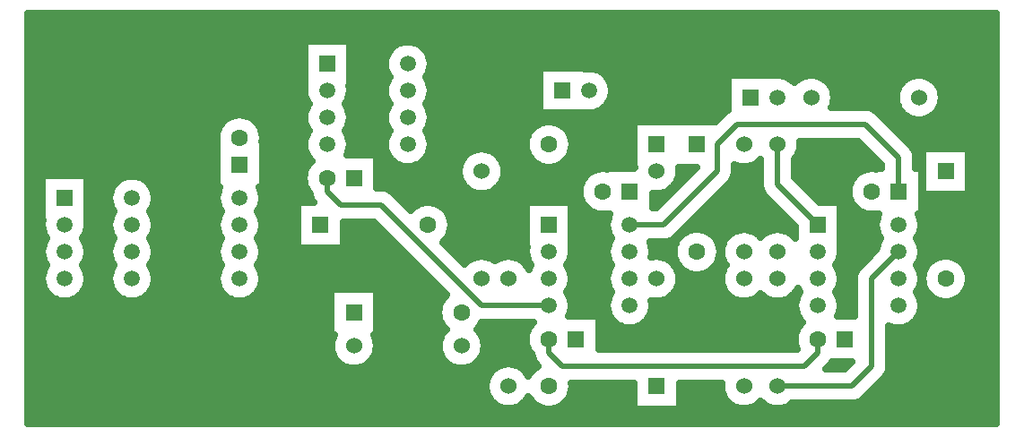
<source format=gbr>
G04 DipTrace 3.1.0.1*
G04 Top.gbr*
%MOIN*%
G04 #@! TF.FileFunction,Copper,L1,Top*
G04 #@! TF.Part,Single*
G04 #@! TA.AperFunction,Conductor*
%ADD14C,0.02*%
G04 #@! TA.AperFunction,CopperBalancing*
%ADD15C,0.025*%
G04 #@! TA.AperFunction,ComponentPad*
%ADD16C,0.062992*%
%ADD17R,0.062992X0.062992*%
%ADD18R,0.059055X0.059055*%
%ADD19C,0.059055*%
%ADD20C,0.06*%
%ADD21C,0.06*%
%ADD24C,0.059055*%
%FSLAX26Y26*%
G04*
G70*
G90*
G75*
G01*
G04 Top*
%LPD*%
X2693701Y1193701D2*
D14*
X2818701D1*
X3018701Y1393701D1*
Y1493701D1*
X3093701Y1568701D1*
X3568701D1*
X3693701Y1443701D1*
Y1318701D1*
X2393701Y768701D2*
Y718701D1*
X2443701Y668701D1*
X3343701D1*
X3393701Y718701D1*
Y768701D1*
X1568701Y1368701D2*
Y1318701D1*
X1618701Y1268701D1*
X1768701D1*
X2143701Y893701D1*
X2393701D1*
X3693701Y1093701D2*
X3593701Y993701D1*
Y668701D1*
X3518701Y593701D1*
X3243701D1*
Y1493701D2*
Y1343701D1*
X3393701Y1193701D1*
X458719Y1956332D2*
D15*
X4053692D1*
X458719Y1931463D2*
X4053692D1*
X458719Y1906595D2*
X4053692D1*
X458719Y1881726D2*
X4053692D1*
X458719Y1856857D2*
X1483164D1*
X1654236D2*
X1812294D1*
X1925090D2*
X4053692D1*
X458719Y1831988D2*
X1483164D1*
X1654236D2*
X1792522D1*
X1944863D2*
X4053692D1*
X458719Y1807120D2*
X1483164D1*
X1654236D2*
X1784269D1*
X1953152D2*
X4053692D1*
X458719Y1782251D2*
X1483164D1*
X1654236D2*
X1783982D1*
X1953439D2*
X4053692D1*
X458719Y1757382D2*
X1483164D1*
X1654236D2*
X1791553D1*
X1945867D2*
X2358164D1*
X2599462D2*
X4053692D1*
X458719Y1732513D2*
X1483164D1*
X1654236D2*
X1792809D1*
X1944611D2*
X2358164D1*
X2619593D2*
X3058157D1*
X3299311D2*
X3312361D1*
X3425049D2*
X3712362D1*
X3825050D2*
X4053692D1*
X458719Y1707645D2*
X1484349D1*
X1653052D2*
X1784340D1*
X1953044D2*
X2358164D1*
X2628062D2*
X3058157D1*
X3445073D2*
X3692339D1*
X3845074D2*
X4053692D1*
X458719Y1682776D2*
X1483882D1*
X1653519D2*
X1783910D1*
X1953511D2*
X2358164D1*
X2628492D2*
X3058157D1*
X3453505D2*
X3683906D1*
X3853507D2*
X4053692D1*
X458719Y1657907D2*
X1491274D1*
X1646127D2*
X1791302D1*
X1946118D2*
X2358164D1*
X2621100D2*
X3058157D1*
X3454008D2*
X3683403D1*
X3854009D2*
X4053692D1*
X458719Y1633038D2*
X1493069D1*
X1644332D2*
X1793096D1*
X1944324D2*
X2358164D1*
X2602907D2*
X3058157D1*
X3446687D2*
X3690688D1*
X3846689D2*
X4053692D1*
X458719Y1608170D2*
X1484456D1*
X1652945D2*
X1784448D1*
X1952972D2*
X3040861D1*
X3621551D2*
X3708702D1*
X3828711D2*
X4053692D1*
X458719Y1583301D2*
X1185972D1*
X1301423D2*
X1483810D1*
X1653591D2*
X1783838D1*
X1953582D2*
X3015993D1*
X3646419D2*
X4053692D1*
X458719Y1558432D2*
X1166056D1*
X1321339D2*
X1491023D1*
X1646378D2*
X1791051D1*
X1946370D2*
X2336132D1*
X2451296D2*
X2706205D1*
X3671287D2*
X4053692D1*
X458719Y1533563D2*
X1157515D1*
X1329879D2*
X1493356D1*
X1644045D2*
X1793383D1*
X1944037D2*
X2316144D1*
X2471284D2*
X2706205D1*
X3696154D2*
X4053692D1*
X458719Y1508694D2*
X1156798D1*
X1330597D2*
X1484528D1*
X1652873D2*
X1784556D1*
X1952865D2*
X2307532D1*
X2479860D2*
X2706205D1*
X3721022D2*
X4053692D1*
X458719Y1483826D2*
X1156188D1*
X1331207D2*
X1483775D1*
X1653626D2*
X1783766D1*
X1953654D2*
X2306778D1*
X2480613D2*
X2706205D1*
X3329131D2*
X3561289D1*
X3745423D2*
X4053692D1*
X458719Y1458957D2*
X1156188D1*
X1331207D2*
X1490808D1*
X1646593D2*
X1790800D1*
X1946621D2*
X2089105D1*
X2198313D2*
X2313632D1*
X2473760D2*
X2706205D1*
X3322133D2*
X3586157D1*
X3757839D2*
X3781188D1*
X3956207D2*
X4053692D1*
X458719Y1434088D2*
X1156188D1*
X1331207D2*
X1508427D1*
X1756183D2*
X1808419D1*
X1929002D2*
X2068113D1*
X2219269D2*
X2330605D1*
X2456786D2*
X2706205D1*
X3309718D2*
X3611025D1*
X3759705D2*
X3781188D1*
X3956207D2*
X4053692D1*
X458719Y1409219D2*
X1156188D1*
X1331207D2*
X1491490D1*
X1756183D2*
X2059142D1*
X2228240D2*
X2381848D1*
X2405544D2*
X2706205D1*
X3084688D2*
X3177688D1*
X3309718D2*
X3627711D1*
X3759705D2*
X3781188D1*
X3956207D2*
X4053692D1*
X458719Y1384351D2*
X1156188D1*
X1331207D2*
X1482662D1*
X1756183D2*
X2058209D1*
X2229173D2*
X2537227D1*
X2879179D2*
X2917061D1*
X3084006D2*
X3177688D1*
X3309718D2*
X3537211D1*
X3956207D2*
X4053692D1*
X458719Y1359482D2*
X508191D1*
X679227D2*
X790528D1*
X896865D2*
X1156188D1*
X1331207D2*
X1481693D1*
X1756183D2*
X2065027D1*
X2222355D2*
X2516629D1*
X2872361D2*
X2892193D1*
X3074676D2*
X3177688D1*
X3320232D2*
X3516614D1*
X3956207D2*
X4053692D1*
X458719Y1334613D2*
X508191D1*
X679227D2*
X768962D1*
X918431D2*
X1156188D1*
X1331207D2*
X1488332D1*
X1756183D2*
X2082215D1*
X2205202D2*
X2507694D1*
X2855208D2*
X2867325D1*
X3051926D2*
X3178369D1*
X3345099D2*
X3507714D1*
X3956207D2*
X4053692D1*
X458719Y1309744D2*
X508191D1*
X679227D2*
X759739D1*
X927653D2*
X1159740D1*
X1327655D2*
X1503331D1*
X1819950D2*
X2506689D1*
X2781179D2*
X2842457D1*
X3027058D2*
X3187556D1*
X3369967D2*
X3506674D1*
X3956207D2*
X4053692D1*
X458719Y1284876D2*
X508191D1*
X679227D2*
X758627D1*
X928766D2*
X1158628D1*
X1328767D2*
X1512446D1*
X1844817D2*
X2513220D1*
X2781179D2*
X2817590D1*
X3002190D2*
X3210234D1*
X3394835D2*
X3513241D1*
X3781200D2*
X4053692D1*
X458719Y1260007D2*
X508191D1*
X679227D2*
X765301D1*
X922091D2*
X1165302D1*
X1322092D2*
X1456215D1*
X1869685D2*
X1888010D1*
X1999371D2*
X2308178D1*
X2479214D2*
X2529727D1*
X2781179D2*
X2792686D1*
X2977322D2*
X3235102D1*
X3479234D2*
X3529711D1*
X3781200D2*
X4053692D1*
X458719Y1235138D2*
X508191D1*
X679227D2*
X769249D1*
X918144D2*
X1169250D1*
X1318145D2*
X1456215D1*
X2020399D2*
X2308178D1*
X2479214D2*
X2575659D1*
X2952455D2*
X3259970D1*
X3479234D2*
X3575643D1*
X3781200D2*
X4053692D1*
X458719Y1210269D2*
X509842D1*
X677577D2*
X759847D1*
X927546D2*
X1159848D1*
X1327547D2*
X1456215D1*
X2029549D2*
X2308178D1*
X2479214D2*
X2609856D1*
X2927587D2*
X3284838D1*
X3479234D2*
X3609841D1*
X3777576D2*
X4053692D1*
X458719Y1185400D2*
X508586D1*
X678797D2*
X758591D1*
X928802D2*
X1158592D1*
X1328803D2*
X1456215D1*
X1631199D2*
X1759688D1*
X2030805D2*
X2308178D1*
X2479214D2*
X2608600D1*
X2902719D2*
X3308162D1*
X3479234D2*
X3608585D1*
X3778796D2*
X4053692D1*
X458719Y1160532D2*
X515081D1*
X672302D2*
X765086D1*
X922307D2*
X1165087D1*
X1322308D2*
X1456215D1*
X1631199D2*
X1784556D1*
X2024454D2*
X2308178D1*
X2479214D2*
X2615095D1*
X2877851D2*
X2888676D1*
X2998709D2*
X3066159D1*
X3171276D2*
X3191144D1*
X3296261D2*
X3308162D1*
X3479234D2*
X3615080D1*
X3772301D2*
X4053692D1*
X458719Y1135663D2*
X519566D1*
X667852D2*
X769572D1*
X917857D2*
X1169573D1*
X1317858D2*
X1456215D1*
X1631199D2*
X1809424D1*
X2008306D2*
X2308178D1*
X2479214D2*
X2619545D1*
X2846955D2*
X2867289D1*
X3020132D2*
X3044019D1*
X3479234D2*
X3619565D1*
X3767851D2*
X4053692D1*
X458719Y1110794D2*
X509949D1*
X677433D2*
X759955D1*
X927438D2*
X1159956D1*
X1327439D2*
X1456215D1*
X1631199D2*
X1834291D1*
X2018927D2*
X2308178D1*
X2479214D2*
X2609964D1*
X2777447D2*
X2857924D1*
X3479234D2*
X3609948D1*
X3777468D2*
X4053692D1*
X458719Y1085925D2*
X508550D1*
X678868D2*
X758555D1*
X928874D2*
X1158556D1*
X1328875D2*
X1859159D1*
X2043795D2*
X2308537D1*
X2478855D2*
X2608528D1*
X2778847D2*
X2856560D1*
X3478876D2*
X3593621D1*
X3778867D2*
X4053692D1*
X458719Y1061057D2*
X514866D1*
X672553D2*
X764871D1*
X922558D2*
X1164872D1*
X1322559D2*
X1884027D1*
X2068663D2*
X2091868D1*
X2295559D2*
X2314852D1*
X2472539D2*
X2614844D1*
X2845556D2*
X2862732D1*
X3024689D2*
X3039354D1*
X3472524D2*
X3568753D1*
X3772552D2*
X3814345D1*
X3923050D2*
X4053692D1*
X458719Y1036188D2*
X519853D1*
X667529D2*
X769859D1*
X917534D2*
X1169860D1*
X1317535D2*
X1908894D1*
X2467552D2*
X2619868D1*
X2868091D2*
X2878620D1*
X3008793D2*
X3044306D1*
X3467536D2*
X3543993D1*
X3767528D2*
X3792599D1*
X3944832D2*
X4053692D1*
X458719Y1011319D2*
X510057D1*
X677325D2*
X760062D1*
X927331D2*
X1160063D1*
X1327332D2*
X1933798D1*
X2477348D2*
X2610071D1*
X2877815D2*
X2920290D1*
X2967131D2*
X3034581D1*
X3477333D2*
X3530178D1*
X3954341D2*
X4053692D1*
X458719Y986450D2*
X508478D1*
X678904D2*
X758483D1*
X928909D2*
X1158484D1*
X1328910D2*
X1958666D1*
X2478927D2*
X2608493D1*
X2879394D2*
X3033002D1*
X3478911D2*
X3527702D1*
X3955884D2*
X4053692D1*
X458719Y961582D2*
X514650D1*
X672768D2*
X764655D1*
X922773D2*
X1164621D1*
X1322774D2*
X1983534D1*
X2472755D2*
X2614629D1*
X2873294D2*
X3039139D1*
X3472775D2*
X3527702D1*
X3772767D2*
X3787503D1*
X3949891D2*
X4053692D1*
X458719Y936713D2*
X530834D1*
X656584D2*
X780803D1*
X906589D2*
X1180804D1*
X1306590D2*
X1581200D1*
X1756183D2*
X2008401D1*
X2467229D2*
X2620191D1*
X2857218D2*
X3055179D1*
X3307242D2*
X3320184D1*
X3467213D2*
X3527702D1*
X3767205D2*
X3803149D1*
X3934246D2*
X4053692D1*
X458719Y911844D2*
X577304D1*
X610078D2*
X827309D1*
X860084D2*
X1227310D1*
X1260085D2*
X1581200D1*
X1756183D2*
X1992971D1*
X2477204D2*
X2610179D1*
X2812686D2*
X3099711D1*
X3137689D2*
X3224732D1*
X3262673D2*
X3310172D1*
X3477225D2*
X3527702D1*
X3777217D2*
X3843303D1*
X3894092D2*
X4053692D1*
X458719Y886975D2*
X1581200D1*
X1756183D2*
X1983211D1*
X2478963D2*
X2608457D1*
X2778955D2*
X3308450D1*
X3478947D2*
X3527702D1*
X3778939D2*
X4053692D1*
X458719Y862107D2*
X1581200D1*
X1756183D2*
X1981452D1*
X2472970D2*
X2614413D1*
X2772998D2*
X3314406D1*
X3472991D2*
X3527702D1*
X3772982D2*
X4053692D1*
X458719Y837238D2*
X1581200D1*
X1756183D2*
X1987230D1*
X2581197D2*
X2630346D1*
X2757065D2*
X3330339D1*
X3757086D2*
X4053692D1*
X458719Y812369D2*
X1581200D1*
X1756183D2*
X2002552D1*
X2134833D2*
X2318297D1*
X2581197D2*
X2674519D1*
X2712892D2*
X3318282D1*
X3659696D2*
X3674504D1*
X3712912D2*
X4053692D1*
X458719Y787500D2*
X1581200D1*
X1756183D2*
X1995124D1*
X2142297D2*
X2308321D1*
X2581197D2*
X3308306D1*
X3659696D2*
X4053692D1*
X458719Y762631D2*
X1584860D1*
X1752523D2*
X1984861D1*
X2152524D2*
X2306419D1*
X2581197D2*
X3306404D1*
X3659696D2*
X4053692D1*
X458719Y737763D2*
X1582923D1*
X1754497D2*
X1982924D1*
X2154498D2*
X2312053D1*
X2581197D2*
X3312038D1*
X3659696D2*
X4053692D1*
X458719Y712894D2*
X1588592D1*
X1748827D2*
X1988593D1*
X2148792D2*
X2327089D1*
X3659696D2*
X4053692D1*
X458719Y688025D2*
X1603987D1*
X1733433D2*
X2003988D1*
X2133434D2*
X2335593D1*
X3659696D2*
X4053692D1*
X458719Y663156D2*
X1644177D1*
X1693207D2*
X2044178D1*
X2093208D2*
X2194856D1*
X2292544D2*
X2342196D1*
X3430468D2*
X3495837D1*
X3659445D2*
X4053692D1*
X458719Y638288D2*
X2170598D1*
X3651945D2*
X4053692D1*
X458719Y613419D2*
X2160048D1*
X3630737D2*
X4053692D1*
X458719Y588550D2*
X2157859D1*
X2481044D2*
X2706205D1*
X2881189D2*
X3032859D1*
X3605870D2*
X4053692D1*
X458719Y563681D2*
X2163277D1*
X2475733D2*
X2706205D1*
X2881189D2*
X3038277D1*
X3581002D2*
X4053692D1*
X458719Y538813D2*
X2178277D1*
X2309123D2*
X2326299D1*
X2461092D2*
X2706205D1*
X2881189D2*
X3053277D1*
X3553120D2*
X4053692D1*
X458719Y513944D2*
X2216494D1*
X2270906D2*
X2361825D1*
X2425567D2*
X2706205D1*
X2881189D2*
X3091494D1*
X3145906D2*
X3216478D1*
X3270927D2*
X4053692D1*
X458719Y489075D2*
X4053692D1*
X458719Y464206D2*
X4053692D1*
X2028435Y1187032D2*
X2027651Y1180405D1*
X2026349Y1173859D1*
X2024537Y1167436D1*
X2022227Y1161174D1*
X2019433Y1155114D1*
X2016172Y1149291D1*
X2012464Y1143742D1*
X2008333Y1138500D1*
X2003802Y1133600D1*
X1998472Y1128731D1*
X2079800Y1047404D1*
X2084658Y1052744D1*
X2089472Y1057195D1*
X2094621Y1061254D1*
X2100072Y1064896D1*
X2105793Y1068100D1*
X2111747Y1070845D1*
X2117898Y1073114D1*
X2124208Y1074894D1*
X2130639Y1076173D1*
X2137150Y1076944D1*
X2143701Y1077201D1*
X2150252Y1076944D1*
X2156763Y1076173D1*
X2163194Y1074894D1*
X2169504Y1073114D1*
X2175655Y1070845D1*
X2181609Y1068100D1*
X2187330Y1064896D1*
X2193686Y1060540D1*
X2200072Y1064896D1*
X2205793Y1068100D1*
X2211747Y1070845D1*
X2217898Y1073114D1*
X2224208Y1074894D1*
X2230639Y1076173D1*
X2237150Y1076944D1*
X2243701Y1077201D1*
X2250252Y1076944D1*
X2256763Y1076173D1*
X2263194Y1074894D1*
X2269504Y1073114D1*
X2275655Y1070845D1*
X2281609Y1068100D1*
X2287330Y1064896D1*
X2292781Y1061254D1*
X2297930Y1057195D1*
X2302744Y1052744D1*
X2307195Y1047930D1*
X2311254Y1042781D1*
X2314896Y1037330D1*
X2318926Y1029818D1*
X2322908Y1037083D1*
X2327460Y1043683D1*
X2322908Y1050319D1*
X2319723Y1056007D1*
X2316994Y1061928D1*
X2314737Y1068044D1*
X2312967Y1074319D1*
X2311696Y1080713D1*
X2310929Y1087187D1*
X2310673Y1093701D1*
X2310929Y1100215D1*
X2312486Y1110661D1*
X2310674Y1110673D1*
Y1276728D1*
X2476729D1*
Y1110673D1*
X2474970D1*
X2476473Y1100215D1*
X2476729Y1093701D1*
X2476473Y1087187D1*
X2475706Y1080713D1*
X2474435Y1074319D1*
X2472665Y1068044D1*
X2470408Y1061928D1*
X2467679Y1056007D1*
X2464494Y1050319D1*
X2459942Y1043719D1*
X2464494Y1037083D1*
X2467679Y1031395D1*
X2470408Y1025474D1*
X2472665Y1019358D1*
X2474435Y1013083D1*
X2475706Y1006689D1*
X2476473Y1000215D1*
X2476729Y993701D1*
X2476473Y987187D1*
X2475706Y980713D1*
X2474435Y974319D1*
X2472665Y968044D1*
X2470408Y961928D1*
X2467679Y956007D1*
X2464494Y950319D1*
X2459942Y943719D1*
X2464494Y937083D1*
X2467679Y931395D1*
X2470408Y925474D1*
X2472665Y919358D1*
X2474435Y913083D1*
X2475706Y906689D1*
X2476473Y900215D1*
X2476729Y893701D1*
X2476473Y887187D1*
X2475706Y880713D1*
X2474435Y874319D1*
X2472665Y868044D1*
X2470408Y861928D1*
X2466397Y853719D1*
X2578697Y853697D1*
Y732229D1*
X3316943Y732201D1*
X3312865Y742436D1*
X3311053Y748859D1*
X3309751Y755405D1*
X3308967Y762032D1*
X3308705Y768701D1*
X3308967Y775370D1*
X3309751Y781997D1*
X3311053Y788543D1*
X3312865Y794966D1*
X3315175Y801228D1*
X3317969Y807288D1*
X3321230Y813111D1*
X3324938Y818660D1*
X3329069Y823902D1*
X3333600Y828802D1*
X3337601Y832501D1*
X3330566Y839779D1*
X3326530Y844899D1*
X3322908Y850319D1*
X3319723Y856007D1*
X3316994Y861928D1*
X3314737Y868044D1*
X3312967Y874319D1*
X3311696Y880713D1*
X3310929Y887187D1*
X3310673Y893701D1*
X3310929Y900215D1*
X3311696Y906689D1*
X3312967Y913083D1*
X3314737Y919358D1*
X3316994Y925474D1*
X3319723Y931395D1*
X3322908Y937083D1*
X3327460Y943683D1*
X3322908Y950319D1*
X3318987Y957603D1*
X3314896Y950072D1*
X3311254Y944621D1*
X3307195Y939472D1*
X3302744Y934658D1*
X3297930Y930207D1*
X3292781Y926148D1*
X3287330Y922506D1*
X3281609Y919302D1*
X3275655Y916557D1*
X3269504Y914288D1*
X3263194Y912508D1*
X3256763Y911229D1*
X3250252Y910458D1*
X3243701Y910201D1*
X3237150Y910458D1*
X3230639Y911229D1*
X3224208Y912508D1*
X3217898Y914288D1*
X3211747Y916557D1*
X3205793Y919302D1*
X3200072Y922506D1*
X3194621Y926148D1*
X3189472Y930207D1*
X3181233Y938362D1*
X3172930Y930207D1*
X3167781Y926148D1*
X3162330Y922506D1*
X3156609Y919302D1*
X3150655Y916557D1*
X3144504Y914288D1*
X3138194Y912508D1*
X3131763Y911229D1*
X3125252Y910458D1*
X3118701Y910201D1*
X3112150Y910458D1*
X3105639Y911229D1*
X3099208Y912508D1*
X3092898Y914288D1*
X3086747Y916557D1*
X3080793Y919302D1*
X3075072Y922506D1*
X3069621Y926148D1*
X3064472Y930207D1*
X3059658Y934658D1*
X3055207Y939472D1*
X3051148Y944621D1*
X3047506Y950072D1*
X3044302Y955793D1*
X3041557Y961747D1*
X3039288Y967898D1*
X3037508Y974208D1*
X3036229Y980639D1*
X3035458Y987150D1*
X3035201Y993701D1*
X3035458Y1000252D1*
X3036229Y1006763D1*
X3037508Y1013194D1*
X3039288Y1019504D1*
X3041557Y1025655D1*
X3044302Y1031609D1*
X3047506Y1037330D1*
X3051862Y1043686D1*
X3047506Y1050072D1*
X3044302Y1055793D1*
X3041557Y1061747D1*
X3039288Y1067898D1*
X3037508Y1074208D1*
X3036229Y1080639D1*
X3035458Y1087150D1*
X3035201Y1093701D1*
X3035458Y1100252D1*
X3036229Y1106763D1*
X3037508Y1113194D1*
X3039288Y1119504D1*
X3041557Y1125655D1*
X3044302Y1131609D1*
X3047506Y1137330D1*
X3051148Y1142781D1*
X3055207Y1147930D1*
X3059658Y1152744D1*
X3064472Y1157195D1*
X3069621Y1161254D1*
X3075072Y1164896D1*
X3080793Y1168100D1*
X3086747Y1170845D1*
X3092898Y1173114D1*
X3099208Y1174894D1*
X3105639Y1176173D1*
X3112150Y1176944D1*
X3118701Y1177201D1*
X3125252Y1176944D1*
X3131763Y1176173D1*
X3138194Y1174894D1*
X3144504Y1173114D1*
X3150655Y1170845D1*
X3156609Y1168100D1*
X3162330Y1164896D1*
X3167781Y1161254D1*
X3172930Y1157195D1*
X3181169Y1149040D1*
X3189472Y1157195D1*
X3194621Y1161254D1*
X3200072Y1164896D1*
X3205793Y1168100D1*
X3211747Y1170845D1*
X3217898Y1173114D1*
X3224208Y1174894D1*
X3230639Y1176173D1*
X3237150Y1176944D1*
X3243701Y1177201D1*
X3250252Y1176944D1*
X3256763Y1176173D1*
X3263194Y1174894D1*
X3269504Y1173114D1*
X3275655Y1170845D1*
X3281609Y1168100D1*
X3287330Y1164896D1*
X3292781Y1161254D1*
X3297930Y1157195D1*
X3302744Y1152744D1*
X3307195Y1147930D1*
X3310667Y1143525D1*
X3310674Y1186927D1*
X3195415Y1302461D1*
X3189558Y1310522D1*
X3185035Y1319401D1*
X3181955Y1328877D1*
X3180397Y1338719D1*
X3180201Y1362074D1*
Y1437251D1*
X3172930Y1430207D1*
X3167781Y1426148D1*
X3162330Y1422506D1*
X3156609Y1419302D1*
X3150655Y1416557D1*
X3144504Y1414288D1*
X3138194Y1412508D1*
X3131763Y1411229D1*
X3125252Y1410458D1*
X3118701Y1410201D1*
X3112150Y1410458D1*
X3105639Y1411229D1*
X3099208Y1412508D1*
X3092898Y1414288D1*
X3082212Y1418648D1*
X3082005Y1388719D1*
X3080447Y1378877D1*
X3077367Y1369401D1*
X3072844Y1360522D1*
X3066987Y1352461D1*
X3050611Y1335808D1*
X2859941Y1145415D1*
X2851880Y1139558D1*
X2843001Y1135035D1*
X2833525Y1131955D1*
X2823683Y1130397D1*
X2800328Y1130201D1*
X2768284D1*
X2772665Y1119358D1*
X2774435Y1113083D1*
X2775706Y1106689D1*
X2776473Y1100215D1*
X2776729Y1093701D1*
X2776473Y1087187D1*
X2775706Y1080713D1*
X2774569Y1074993D1*
X2780639Y1076173D1*
X2787150Y1076944D1*
X2793701Y1077201D1*
X2800252Y1076944D1*
X2806763Y1076173D1*
X2813194Y1074894D1*
X2819504Y1073114D1*
X2825655Y1070845D1*
X2831609Y1068100D1*
X2837330Y1064896D1*
X2842781Y1061254D1*
X2847930Y1057195D1*
X2852744Y1052744D1*
X2857195Y1047930D1*
X2861254Y1042781D1*
X2864896Y1037330D1*
X2868100Y1031609D1*
X2870845Y1025655D1*
X2873114Y1019504D1*
X2874894Y1013194D1*
X2876173Y1006763D1*
X2876944Y1000252D1*
X2877201Y993701D1*
X2876944Y987150D1*
X2876173Y980639D1*
X2874894Y974208D1*
X2873114Y967898D1*
X2870845Y961747D1*
X2868100Y955793D1*
X2864896Y950072D1*
X2861254Y944621D1*
X2857195Y939472D1*
X2852744Y934658D1*
X2847930Y930207D1*
X2842781Y926148D1*
X2837330Y922506D1*
X2831609Y919302D1*
X2825655Y916557D1*
X2819504Y914288D1*
X2813194Y912508D1*
X2806763Y911229D1*
X2800252Y910458D1*
X2793701Y910201D1*
X2787150Y910458D1*
X2780639Y911229D1*
X2774585Y912433D1*
X2775706Y906689D1*
X2776473Y900215D1*
X2776729Y893701D1*
X2776473Y887187D1*
X2775706Y880713D1*
X2774435Y874319D1*
X2772665Y868044D1*
X2770408Y861928D1*
X2767679Y856007D1*
X2764494Y850319D1*
X2760872Y844899D1*
X2756836Y839779D1*
X2752410Y834992D1*
X2747623Y830566D1*
X2742503Y826530D1*
X2737083Y822908D1*
X2731395Y819723D1*
X2725474Y816994D1*
X2719358Y814737D1*
X2713083Y812967D1*
X2706689Y811696D1*
X2700215Y810929D1*
X2693701Y810673D1*
X2687187Y810929D1*
X2680713Y811696D1*
X2674319Y812967D1*
X2668044Y814737D1*
X2661928Y816994D1*
X2656007Y819723D1*
X2650319Y822908D1*
X2644899Y826530D1*
X2639779Y830566D1*
X2634992Y834992D1*
X2630566Y839779D1*
X2626530Y844899D1*
X2622908Y850319D1*
X2619723Y856007D1*
X2616994Y861928D1*
X2614737Y868044D1*
X2612967Y874319D1*
X2611696Y880713D1*
X2610929Y887187D1*
X2610673Y893701D1*
X2610929Y900215D1*
X2611696Y906689D1*
X2612967Y913083D1*
X2614737Y919358D1*
X2616994Y925474D1*
X2619723Y931395D1*
X2622908Y937083D1*
X2627460Y943683D1*
X2622908Y950319D1*
X2619723Y956007D1*
X2616994Y961928D1*
X2614737Y968044D1*
X2612967Y974319D1*
X2611696Y980713D1*
X2610929Y987187D1*
X2610673Y993701D1*
X2610929Y1000215D1*
X2611696Y1006689D1*
X2612967Y1013083D1*
X2614737Y1019358D1*
X2616994Y1025474D1*
X2619723Y1031395D1*
X2622908Y1037083D1*
X2627460Y1043683D1*
X2622908Y1050319D1*
X2619723Y1056007D1*
X2616994Y1061928D1*
X2614737Y1068044D1*
X2612967Y1074319D1*
X2611696Y1080713D1*
X2610929Y1087187D1*
X2610673Y1093701D1*
X2610929Y1100215D1*
X2611696Y1106689D1*
X2612967Y1113083D1*
X2614737Y1119358D1*
X2616994Y1125474D1*
X2619723Y1131395D1*
X2622908Y1137083D1*
X2627460Y1143683D1*
X2622908Y1150319D1*
X2619723Y1156007D1*
X2616994Y1161928D1*
X2614737Y1168044D1*
X2612967Y1174319D1*
X2611696Y1180713D1*
X2610929Y1187187D1*
X2610673Y1193701D1*
X2610929Y1200215D1*
X2611696Y1206689D1*
X2612967Y1213083D1*
X2614737Y1219358D1*
X2616994Y1225474D1*
X2621005Y1233683D1*
X2608705Y1233705D1*
Y1235033D1*
X2600370Y1233967D1*
X2593701Y1233705D1*
X2587032Y1233967D1*
X2580405Y1234751D1*
X2573859Y1236053D1*
X2567436Y1237865D1*
X2561174Y1240175D1*
X2555114Y1242969D1*
X2549291Y1246230D1*
X2543742Y1249938D1*
X2538500Y1254069D1*
X2533600Y1258600D1*
X2529069Y1263500D1*
X2524938Y1268742D1*
X2521230Y1274291D1*
X2517969Y1280114D1*
X2515175Y1286174D1*
X2512865Y1292436D1*
X2511053Y1298859D1*
X2509751Y1305405D1*
X2508967Y1312032D1*
X2508705Y1318701D1*
X2508967Y1325370D1*
X2509751Y1331997D1*
X2511053Y1338543D1*
X2512865Y1344966D1*
X2515175Y1351228D1*
X2517969Y1357288D1*
X2521230Y1363111D1*
X2524938Y1368660D1*
X2529069Y1373902D1*
X2533600Y1378802D1*
X2538500Y1383333D1*
X2543742Y1387464D1*
X2549291Y1391172D1*
X2555114Y1394433D1*
X2561174Y1397227D1*
X2567436Y1399537D1*
X2573859Y1401349D1*
X2580405Y1402651D1*
X2587032Y1403435D1*
X2593701Y1403697D1*
X2600370Y1403435D1*
X2608710Y1402310D1*
X2608705Y1403697D1*
X2710796D1*
X2711614Y1408697D1*
X2708705Y1408705D1*
Y1578697D1*
X3013904D1*
X3052461Y1616987D1*
X3060539Y1622853D1*
X3060674Y1686723D1*
Y1751728D1*
X3226729D1*
Y1749970D1*
X3237187Y1751473D1*
X3243701Y1751729D1*
X3250215Y1751473D1*
X3256689Y1750706D1*
X3263083Y1749435D1*
X3269358Y1747665D1*
X3275474Y1745408D1*
X3281395Y1742679D1*
X3287083Y1739494D1*
X3292503Y1735872D1*
X3297623Y1731836D1*
X3305850Y1723689D1*
X3314472Y1732195D1*
X3319621Y1736254D1*
X3325072Y1739896D1*
X3330793Y1743100D1*
X3336747Y1745845D1*
X3342898Y1748114D1*
X3349208Y1749894D1*
X3355639Y1751173D1*
X3362150Y1751944D1*
X3368701Y1752201D1*
X3375252Y1751944D1*
X3381763Y1751173D1*
X3388194Y1749894D1*
X3394504Y1748114D1*
X3400655Y1745845D1*
X3406609Y1743100D1*
X3412330Y1739896D1*
X3417781Y1736254D1*
X3422930Y1732195D1*
X3427744Y1727744D1*
X3432195Y1722930D1*
X3436254Y1717781D1*
X3439896Y1712330D1*
X3443100Y1706609D1*
X3445845Y1700655D1*
X3448114Y1694504D1*
X3449894Y1688194D1*
X3451173Y1681763D1*
X3451944Y1675252D1*
X3452201Y1668701D1*
X3451944Y1662150D1*
X3451173Y1655639D1*
X3449894Y1649208D1*
X3448114Y1642898D1*
X3443754Y1632212D1*
X3573683Y1632005D1*
X3583525Y1630447D1*
X3593001Y1627367D1*
X3601880Y1622844D1*
X3609941Y1616987D1*
X3626594Y1600611D1*
X3741987Y1484941D1*
X3747844Y1476880D1*
X3752367Y1468001D1*
X3755447Y1458525D1*
X3757005Y1448683D1*
X3757201Y1425328D1*
Y1403690D1*
X3778697Y1403697D1*
Y1233705D1*
X3766461D1*
X3770408Y1225474D1*
X3772665Y1219358D1*
X3774435Y1213083D1*
X3775706Y1206689D1*
X3776473Y1200215D1*
X3776729Y1193701D1*
X3776473Y1187187D1*
X3775706Y1180713D1*
X3774435Y1174319D1*
X3772665Y1168044D1*
X3770408Y1161928D1*
X3767679Y1156007D1*
X3764494Y1150319D1*
X3759942Y1143719D1*
X3764494Y1137083D1*
X3767679Y1131395D1*
X3770408Y1125474D1*
X3772665Y1119358D1*
X3774435Y1113083D1*
X3775706Y1106689D1*
X3776473Y1100215D1*
X3776729Y1093701D1*
X3776473Y1087187D1*
X3775706Y1080713D1*
X3774435Y1074319D1*
X3772665Y1068044D1*
X3770408Y1061928D1*
X3767679Y1056007D1*
X3764494Y1050319D1*
X3759942Y1043719D1*
X3764494Y1037083D1*
X3767679Y1031395D1*
X3770408Y1025474D1*
X3772665Y1019358D1*
X3774435Y1013083D1*
X3775706Y1006689D1*
X3776473Y1000215D1*
X3776729Y993701D1*
X3776473Y987187D1*
X3775706Y980713D1*
X3774435Y974319D1*
X3772665Y968044D1*
X3770408Y961928D1*
X3767679Y956007D1*
X3764494Y950319D1*
X3759942Y943719D1*
X3764494Y937083D1*
X3767679Y931395D1*
X3770408Y925474D1*
X3772665Y919358D1*
X3774435Y913083D1*
X3775706Y906689D1*
X3776473Y900215D1*
X3776729Y893701D1*
X3776473Y887187D1*
X3775706Y880713D1*
X3774435Y874319D1*
X3772665Y868044D1*
X3770408Y861928D1*
X3767679Y856007D1*
X3764494Y850319D1*
X3760872Y844899D1*
X3756836Y839779D1*
X3752410Y834992D1*
X3747623Y830566D1*
X3742503Y826530D1*
X3737083Y822908D1*
X3731395Y819723D1*
X3725474Y816994D1*
X3719358Y814737D1*
X3713083Y812967D1*
X3706689Y811696D1*
X3700215Y810929D1*
X3693701Y810673D1*
X3687187Y810929D1*
X3680713Y811696D1*
X3674319Y812967D1*
X3668044Y814737D1*
X3657187Y819179D1*
X3657005Y663719D1*
X3655447Y653877D1*
X3652367Y644401D1*
X3647844Y635522D1*
X3641987Y627461D1*
X3625611Y610808D1*
X3559941Y545415D1*
X3551880Y539558D1*
X3543001Y535035D1*
X3533525Y531955D1*
X3523683Y530397D1*
X3500328Y530201D1*
X3297906D1*
X3292781Y526148D1*
X3287330Y522506D1*
X3281609Y519302D1*
X3275655Y516557D1*
X3269504Y514288D1*
X3263194Y512508D1*
X3256763Y511229D1*
X3250252Y510458D1*
X3243701Y510201D1*
X3237150Y510458D1*
X3230639Y511229D1*
X3224208Y512508D1*
X3217898Y514288D1*
X3211747Y516557D1*
X3205793Y519302D1*
X3200072Y522506D1*
X3194621Y526148D1*
X3189472Y530207D1*
X3181233Y538362D1*
X3172930Y530207D1*
X3167781Y526148D1*
X3162330Y522506D1*
X3156609Y519302D1*
X3150655Y516557D1*
X3144504Y514288D1*
X3138194Y512508D1*
X3131763Y511229D1*
X3125252Y510458D1*
X3118701Y510201D1*
X3112150Y510458D1*
X3105639Y511229D1*
X3099208Y512508D1*
X3092898Y514288D1*
X3086747Y516557D1*
X3080793Y519302D1*
X3075072Y522506D1*
X3069621Y526148D1*
X3064472Y530207D1*
X3059658Y534658D1*
X3055207Y539472D1*
X3051148Y544621D1*
X3047506Y550072D1*
X3044302Y555793D1*
X3041557Y561747D1*
X3039288Y567898D1*
X3037508Y574208D1*
X3036229Y580639D1*
X3035458Y587150D1*
X3035201Y593701D1*
X3036045Y605212D1*
X2878678Y605201D1*
X2878697Y508705D1*
X2708705D1*
Y605197D1*
X2477923Y605201D1*
X2478697Y593701D1*
X2478435Y587032D1*
X2477651Y580405D1*
X2476349Y573859D1*
X2474537Y567436D1*
X2472227Y561174D1*
X2469433Y555114D1*
X2466172Y549291D1*
X2462464Y543742D1*
X2458333Y538500D1*
X2453802Y533600D1*
X2448902Y529069D1*
X2443660Y524938D1*
X2438111Y521230D1*
X2432288Y517969D1*
X2426228Y515175D1*
X2419966Y512865D1*
X2413543Y511053D1*
X2406997Y509751D1*
X2400370Y508967D1*
X2393701Y508705D1*
X2387032Y508967D1*
X2380405Y509751D1*
X2373859Y511053D1*
X2367436Y512865D1*
X2361174Y515175D1*
X2355114Y517969D1*
X2349291Y521230D1*
X2343742Y524938D1*
X2338500Y529069D1*
X2333600Y533600D1*
X2329069Y538500D1*
X2324938Y543742D1*
X2321230Y549291D1*
X2317871Y555327D1*
X2314896Y550072D1*
X2311254Y544621D1*
X2307195Y539472D1*
X2302744Y534658D1*
X2297930Y530207D1*
X2292781Y526148D1*
X2287330Y522506D1*
X2281609Y519302D1*
X2275655Y516557D1*
X2269504Y514288D1*
X2263194Y512508D1*
X2256763Y511229D1*
X2250252Y510458D1*
X2243701Y510201D1*
X2237150Y510458D1*
X2230639Y511229D1*
X2224208Y512508D1*
X2217898Y514288D1*
X2211747Y516557D1*
X2205793Y519302D1*
X2200072Y522506D1*
X2194621Y526148D1*
X2189472Y530207D1*
X2184658Y534658D1*
X2180207Y539472D1*
X2176148Y544621D1*
X2172506Y550072D1*
X2169302Y555793D1*
X2166557Y561747D1*
X2164288Y567898D1*
X2162508Y574208D1*
X2161229Y580639D1*
X2160458Y587150D1*
X2160201Y593701D1*
X2160458Y600252D1*
X2161229Y606763D1*
X2162508Y613194D1*
X2164288Y619504D1*
X2166557Y625655D1*
X2169302Y631609D1*
X2172506Y637330D1*
X2176148Y642781D1*
X2180207Y647930D1*
X2184658Y652744D1*
X2189472Y657195D1*
X2194621Y661254D1*
X2200072Y664896D1*
X2205793Y668100D1*
X2211747Y670845D1*
X2217898Y673114D1*
X2224208Y674894D1*
X2230639Y676173D1*
X2237150Y676944D1*
X2243701Y677201D1*
X2250252Y676944D1*
X2256763Y676173D1*
X2263194Y674894D1*
X2269504Y673114D1*
X2275655Y670845D1*
X2281609Y668100D1*
X2287330Y664896D1*
X2292781Y661254D1*
X2297930Y657195D1*
X2302744Y652744D1*
X2307195Y647930D1*
X2311254Y642781D1*
X2314896Y637330D1*
X2317969Y632288D1*
X2321230Y638111D1*
X2324938Y643660D1*
X2329069Y648902D1*
X2333600Y653802D1*
X2338500Y658333D1*
X2343742Y662464D1*
X2349291Y666172D1*
X2353863Y668732D1*
X2345415Y677461D1*
X2339558Y685522D1*
X2335035Y694401D1*
X2331955Y703877D1*
X2330980Y708787D1*
X2329069Y713500D1*
X2324938Y718742D1*
X2321230Y724291D1*
X2317969Y730114D1*
X2315175Y736174D1*
X2312865Y742436D1*
X2311053Y748859D1*
X2309751Y755405D1*
X2308967Y762032D1*
X2308705Y768701D1*
X2308967Y775370D1*
X2309751Y781997D1*
X2311053Y788543D1*
X2312865Y794966D1*
X2315175Y801228D1*
X2317969Y807288D1*
X2321230Y813111D1*
X2324938Y818660D1*
X2329069Y823902D1*
X2335112Y830200D1*
X2144433Y830114D1*
X2141172Y824291D1*
X2137464Y818742D1*
X2133333Y813500D1*
X2125146Y805220D1*
X2132195Y797930D1*
X2136254Y792781D1*
X2139896Y787330D1*
X2143100Y781609D1*
X2145845Y775655D1*
X2148114Y769504D1*
X2149894Y763194D1*
X2151173Y756763D1*
X2151944Y750252D1*
X2152201Y743701D1*
X2151944Y737150D1*
X2151173Y730639D1*
X2149894Y724208D1*
X2148114Y717898D1*
X2145845Y711747D1*
X2143100Y705793D1*
X2139896Y700072D1*
X2136254Y694621D1*
X2132195Y689472D1*
X2127744Y684658D1*
X2122930Y680207D1*
X2117781Y676148D1*
X2112330Y672506D1*
X2106609Y669302D1*
X2100655Y666557D1*
X2094504Y664288D1*
X2088194Y662508D1*
X2081763Y661229D1*
X2075252Y660458D1*
X2068701Y660201D1*
X2062150Y660458D1*
X2055639Y661229D1*
X2049208Y662508D1*
X2042898Y664288D1*
X2036747Y666557D1*
X2030793Y669302D1*
X2025072Y672506D1*
X2019621Y676148D1*
X2014472Y680207D1*
X2009658Y684658D1*
X2005207Y689472D1*
X2001148Y694621D1*
X1997506Y700072D1*
X1994302Y705793D1*
X1991557Y711747D1*
X1989288Y717898D1*
X1987508Y724208D1*
X1986229Y730639D1*
X1985458Y737150D1*
X1985201Y743701D1*
X1985458Y750252D1*
X1986229Y756763D1*
X1987508Y763194D1*
X1989288Y769504D1*
X1991557Y775655D1*
X1994302Y781609D1*
X1997506Y787330D1*
X2001148Y792781D1*
X2005207Y797930D1*
X2012272Y805161D1*
X2004069Y813500D1*
X1999938Y818742D1*
X1996230Y824291D1*
X1992969Y830114D1*
X1990175Y836174D1*
X1987865Y842436D1*
X1986053Y848859D1*
X1984751Y855405D1*
X1983967Y862032D1*
X1983705Y868701D1*
X1983967Y875370D1*
X1984751Y881997D1*
X1986053Y888543D1*
X1987865Y894966D1*
X1990175Y901228D1*
X1992969Y907288D1*
X1996230Y913111D1*
X1999938Y918660D1*
X2004069Y923902D1*
X2008600Y928802D1*
X2013930Y933671D1*
X1742422Y1205177D1*
X1628717Y1205201D1*
X1628697Y1108705D1*
X1458705D1*
Y1278697D1*
X1519385D1*
X1514558Y1285522D1*
X1510035Y1294401D1*
X1506955Y1303877D1*
X1505980Y1308787D1*
X1504069Y1313500D1*
X1499938Y1318742D1*
X1496230Y1324291D1*
X1492969Y1330114D1*
X1490175Y1336174D1*
X1487865Y1342436D1*
X1486053Y1348859D1*
X1484751Y1355405D1*
X1483967Y1362032D1*
X1483705Y1368701D1*
X1483967Y1375370D1*
X1484751Y1381997D1*
X1486053Y1388543D1*
X1487865Y1394966D1*
X1490175Y1401228D1*
X1492969Y1407288D1*
X1496230Y1413111D1*
X1499938Y1418660D1*
X1504069Y1423902D1*
X1508600Y1428802D1*
X1512601Y1432501D1*
X1505566Y1439779D1*
X1501530Y1444899D1*
X1497908Y1450319D1*
X1494723Y1456007D1*
X1491994Y1461928D1*
X1489737Y1468044D1*
X1487967Y1474319D1*
X1486696Y1480713D1*
X1485929Y1487187D1*
X1485673Y1493701D1*
X1485929Y1500215D1*
X1486696Y1506689D1*
X1487967Y1513083D1*
X1489737Y1519358D1*
X1491994Y1525474D1*
X1494723Y1531395D1*
X1497908Y1537083D1*
X1502460Y1543683D1*
X1497908Y1550319D1*
X1494723Y1556007D1*
X1491994Y1561928D1*
X1489737Y1568044D1*
X1487967Y1574319D1*
X1486696Y1580713D1*
X1485929Y1587187D1*
X1485673Y1593701D1*
X1485929Y1600215D1*
X1486696Y1606689D1*
X1487967Y1613083D1*
X1489737Y1619358D1*
X1491994Y1625474D1*
X1494723Y1631395D1*
X1497908Y1637083D1*
X1502460Y1643683D1*
X1497908Y1650319D1*
X1494723Y1656007D1*
X1491994Y1661928D1*
X1489737Y1668044D1*
X1487967Y1674319D1*
X1486696Y1680713D1*
X1485929Y1687187D1*
X1485673Y1693701D1*
X1485929Y1700215D1*
X1487486Y1710661D1*
X1485674Y1710673D1*
Y1876728D1*
X1651729D1*
Y1710673D1*
X1649971D1*
X1651473Y1700215D1*
X1651729Y1693701D1*
X1651473Y1687187D1*
X1650706Y1680713D1*
X1649435Y1674319D1*
X1647665Y1668044D1*
X1645408Y1661928D1*
X1642679Y1656007D1*
X1639494Y1650319D1*
X1634942Y1643719D1*
X1639494Y1637083D1*
X1642679Y1631395D1*
X1645408Y1625474D1*
X1647665Y1619358D1*
X1649435Y1613083D1*
X1650706Y1606689D1*
X1651473Y1600215D1*
X1651729Y1593701D1*
X1651473Y1587187D1*
X1650706Y1580713D1*
X1649435Y1574319D1*
X1647665Y1568044D1*
X1645408Y1561928D1*
X1642679Y1556007D1*
X1639494Y1550319D1*
X1634942Y1543719D1*
X1639494Y1537083D1*
X1642679Y1531395D1*
X1645408Y1525474D1*
X1647665Y1519358D1*
X1649435Y1513083D1*
X1650706Y1506689D1*
X1651473Y1500215D1*
X1651729Y1493701D1*
X1651473Y1487187D1*
X1650706Y1480713D1*
X1649435Y1474319D1*
X1647665Y1468044D1*
X1645408Y1461928D1*
X1641397Y1453719D1*
X1753697Y1453697D1*
Y1332229D1*
X1773683Y1332005D1*
X1783525Y1330447D1*
X1793001Y1327367D1*
X1801880Y1322844D1*
X1809941Y1316987D1*
X1826594Y1300611D1*
X1878737Y1248467D1*
X1883600Y1253802D1*
X1888500Y1258333D1*
X1893742Y1262464D1*
X1899291Y1266172D1*
X1905114Y1269433D1*
X1911174Y1272227D1*
X1917436Y1274537D1*
X1923859Y1276349D1*
X1930405Y1277651D1*
X1937032Y1278435D1*
X1943701Y1278697D1*
X1950370Y1278435D1*
X1956997Y1277651D1*
X1963543Y1276349D1*
X1969966Y1274537D1*
X1976228Y1272227D1*
X1982288Y1269433D1*
X1988111Y1266172D1*
X1993660Y1262464D1*
X1998902Y1258333D1*
X2003802Y1253802D1*
X2008333Y1248902D1*
X2012464Y1243660D1*
X2016172Y1238111D1*
X2019433Y1232288D1*
X2022227Y1226228D1*
X2024537Y1219966D1*
X2026349Y1213543D1*
X2027651Y1206997D1*
X2028435Y1200370D1*
X2028697Y1193701D1*
X2028435Y1187032D1*
X1592891Y953697D2*
X1753697D1*
Y783705D1*
X1741963D1*
X1745845Y775655D1*
X1748114Y769504D1*
X1749894Y763194D1*
X1751173Y756763D1*
X1751944Y750252D1*
X1752201Y743701D1*
X1751944Y737150D1*
X1751173Y730639D1*
X1749894Y724208D1*
X1748114Y717898D1*
X1745845Y711747D1*
X1743100Y705793D1*
X1739896Y700072D1*
X1736254Y694621D1*
X1732195Y689472D1*
X1727744Y684658D1*
X1722930Y680207D1*
X1717781Y676148D1*
X1712330Y672506D1*
X1706609Y669302D1*
X1700655Y666557D1*
X1694504Y664288D1*
X1688194Y662508D1*
X1681763Y661229D1*
X1675252Y660458D1*
X1668701Y660201D1*
X1662150Y660458D1*
X1655639Y661229D1*
X1649208Y662508D1*
X1642898Y664288D1*
X1636747Y666557D1*
X1630793Y669302D1*
X1625072Y672506D1*
X1619621Y676148D1*
X1614472Y680207D1*
X1609658Y684658D1*
X1605207Y689472D1*
X1601148Y694621D1*
X1597506Y700072D1*
X1594302Y705793D1*
X1591557Y711747D1*
X1589288Y717898D1*
X1587508Y724208D1*
X1586229Y730639D1*
X1585458Y737150D1*
X1585201Y743701D1*
X1585458Y750252D1*
X1586229Y756763D1*
X1587508Y763194D1*
X1589288Y769504D1*
X1591557Y775655D1*
X1595466Y783687D1*
X1583705Y783705D1*
Y953697D1*
X1592891D1*
X2478435Y1487032D2*
X2477651Y1480405D1*
X2476349Y1473859D1*
X2474537Y1467436D1*
X2472227Y1461174D1*
X2469433Y1455114D1*
X2466172Y1449291D1*
X2462464Y1443742D1*
X2458333Y1438500D1*
X2453802Y1433600D1*
X2448902Y1429069D1*
X2443660Y1424938D1*
X2438111Y1421230D1*
X2432288Y1417969D1*
X2426228Y1415175D1*
X2419966Y1412865D1*
X2413543Y1411053D1*
X2406997Y1409751D1*
X2400370Y1408967D1*
X2393701Y1408705D1*
X2387032Y1408967D1*
X2380405Y1409751D1*
X2373859Y1411053D1*
X2367436Y1412865D1*
X2361174Y1415175D1*
X2355114Y1417969D1*
X2349291Y1421230D1*
X2343742Y1424938D1*
X2338500Y1429069D1*
X2333600Y1433600D1*
X2329069Y1438500D1*
X2324938Y1443742D1*
X2321230Y1449291D1*
X2317969Y1455114D1*
X2315175Y1461174D1*
X2312865Y1467436D1*
X2311053Y1473859D1*
X2309751Y1480405D1*
X2308967Y1487032D1*
X2308705Y1493701D1*
X2308967Y1500370D1*
X2309751Y1506997D1*
X2311053Y1513543D1*
X2312865Y1519966D1*
X2315175Y1526228D1*
X2317969Y1532288D1*
X2321230Y1538111D1*
X2324938Y1543660D1*
X2329069Y1548902D1*
X2333600Y1553802D1*
X2338500Y1558333D1*
X2343742Y1562464D1*
X2349291Y1566172D1*
X2355114Y1569433D1*
X2361174Y1572227D1*
X2367436Y1574537D1*
X2373859Y1576349D1*
X2380405Y1577651D1*
X2387032Y1578435D1*
X2393701Y1578697D1*
X2400370Y1578435D1*
X2406997Y1577651D1*
X2413543Y1576349D1*
X2419966Y1574537D1*
X2426228Y1572227D1*
X2432288Y1569433D1*
X2438111Y1566172D1*
X2443660Y1562464D1*
X2448902Y1558333D1*
X2453802Y1553802D1*
X2458333Y1548902D1*
X2462464Y1543660D1*
X2466172Y1538111D1*
X2469433Y1532288D1*
X2472227Y1526228D1*
X2474537Y1519966D1*
X2476349Y1513543D1*
X2477651Y1506997D1*
X2478435Y1500370D1*
X2478697Y1493701D1*
X2478435Y1487032D1*
X3028435Y1087032D2*
X3027651Y1080405D1*
X3026349Y1073859D1*
X3024537Y1067436D1*
X3022227Y1061174D1*
X3019433Y1055114D1*
X3016172Y1049291D1*
X3012464Y1043742D1*
X3008333Y1038500D1*
X3003802Y1033600D1*
X2998902Y1029069D1*
X2993660Y1024938D1*
X2988111Y1021230D1*
X2982288Y1017969D1*
X2976228Y1015175D1*
X2969966Y1012865D1*
X2963543Y1011053D1*
X2956997Y1009751D1*
X2950370Y1008967D1*
X2943701Y1008705D1*
X2937032Y1008967D1*
X2930405Y1009751D1*
X2923859Y1011053D1*
X2917436Y1012865D1*
X2911174Y1015175D1*
X2905114Y1017969D1*
X2899291Y1021230D1*
X2893742Y1024938D1*
X2888500Y1029069D1*
X2883600Y1033600D1*
X2879069Y1038500D1*
X2874938Y1043742D1*
X2871230Y1049291D1*
X2867969Y1055114D1*
X2865175Y1061174D1*
X2862865Y1067436D1*
X2861053Y1073859D1*
X2859751Y1080405D1*
X2858967Y1087032D1*
X2858705Y1093701D1*
X2858967Y1100370D1*
X2859751Y1106997D1*
X2861053Y1113543D1*
X2862865Y1119966D1*
X2865175Y1126228D1*
X2867969Y1132288D1*
X2871230Y1138111D1*
X2874938Y1143660D1*
X2879069Y1148902D1*
X2883600Y1153802D1*
X2888500Y1158333D1*
X2893742Y1162464D1*
X2899291Y1166172D1*
X2905114Y1169433D1*
X2911174Y1172227D1*
X2917436Y1174537D1*
X2923859Y1176349D1*
X2930405Y1177651D1*
X2937032Y1178435D1*
X2943701Y1178697D1*
X2950370Y1178435D1*
X2956997Y1177651D1*
X2963543Y1176349D1*
X2969966Y1174537D1*
X2976228Y1172227D1*
X2982288Y1169433D1*
X2988111Y1166172D1*
X2993660Y1162464D1*
X2998902Y1158333D1*
X3003802Y1153802D1*
X3008333Y1148902D1*
X3012464Y1143660D1*
X3016172Y1138111D1*
X3019433Y1132288D1*
X3022227Y1126228D1*
X3024537Y1119966D1*
X3026349Y1113543D1*
X3027651Y1106997D1*
X3028435Y1100370D1*
X3028697Y1093701D1*
X3028435Y1087032D1*
X2943903Y1408705D2*
X2875866D1*
X2876944Y1400252D1*
X2877201Y1393701D1*
X2876944Y1387150D1*
X2876173Y1380639D1*
X2874894Y1374208D1*
X2873114Y1367898D1*
X2870845Y1361747D1*
X2868100Y1355793D1*
X2864896Y1350072D1*
X2861254Y1344621D1*
X2857195Y1339472D1*
X2852744Y1334658D1*
X2847930Y1330207D1*
X2842781Y1326148D1*
X2837330Y1322506D1*
X2831609Y1319302D1*
X2825655Y1316557D1*
X2819504Y1314288D1*
X2813194Y1312508D1*
X2806763Y1311229D1*
X2800252Y1310458D1*
X2793701Y1310201D1*
X2787150Y1310458D1*
X2778705Y1311614D1*
X2778697Y1257182D1*
X2792418Y1257201D1*
X2943881Y1408684D1*
X3953435Y987032D2*
X3952651Y980405D1*
X3951349Y973859D1*
X3949537Y967436D1*
X3947227Y961174D1*
X3944433Y955114D1*
X3941172Y949291D1*
X3937464Y943742D1*
X3933333Y938500D1*
X3928802Y933600D1*
X3923902Y929069D1*
X3918660Y924938D1*
X3913111Y921230D1*
X3907288Y917969D1*
X3901228Y915175D1*
X3894966Y912865D1*
X3888543Y911053D1*
X3881997Y909751D1*
X3875370Y908967D1*
X3868701Y908705D1*
X3862032Y908967D1*
X3855405Y909751D1*
X3848859Y911053D1*
X3842436Y912865D1*
X3836174Y915175D1*
X3830114Y917969D1*
X3824291Y921230D1*
X3818742Y924938D1*
X3813500Y929069D1*
X3808600Y933600D1*
X3804069Y938500D1*
X3799938Y943742D1*
X3796230Y949291D1*
X3792969Y955114D1*
X3790175Y961174D1*
X3787865Y967436D1*
X3786053Y973859D1*
X3784751Y980405D1*
X3783967Y987032D1*
X3783705Y993701D1*
X3783967Y1000370D1*
X3784751Y1006997D1*
X3786053Y1013543D1*
X3787865Y1019966D1*
X3790175Y1026228D1*
X3792969Y1032288D1*
X3796230Y1038111D1*
X3799938Y1043660D1*
X3804069Y1048902D1*
X3808600Y1053802D1*
X3813500Y1058333D1*
X3818742Y1062464D1*
X3824291Y1066172D1*
X3830114Y1069433D1*
X3836174Y1072227D1*
X3842436Y1074537D1*
X3848859Y1076349D1*
X3855405Y1077651D1*
X3862032Y1078435D1*
X3868701Y1078697D1*
X3875370Y1078435D1*
X3881997Y1077651D1*
X3888543Y1076349D1*
X3894966Y1074537D1*
X3901228Y1072227D1*
X3907288Y1069433D1*
X3913111Y1066172D1*
X3918660Y1062464D1*
X3923902Y1058333D1*
X3928802Y1053802D1*
X3933333Y1048902D1*
X3937464Y1043660D1*
X3941172Y1038111D1*
X3944433Y1032288D1*
X3947227Y1026228D1*
X3949537Y1019966D1*
X3951349Y1013543D1*
X3952651Y1006997D1*
X3953435Y1000370D1*
X3953697Y993701D1*
X3953435Y987032D1*
X3792891Y1478697D2*
X3953697D1*
Y1308705D1*
X3783705D1*
Y1478697D1*
X3792891D1*
X3608710Y1235092D2*
X3600370Y1233967D1*
X3593701Y1233705D1*
X3587032Y1233967D1*
X3580405Y1234751D1*
X3573859Y1236053D1*
X3567436Y1237865D1*
X3561174Y1240175D1*
X3555114Y1242969D1*
X3549291Y1246230D1*
X3543742Y1249938D1*
X3538500Y1254069D1*
X3533600Y1258600D1*
X3529069Y1263500D1*
X3524938Y1268742D1*
X3521230Y1274291D1*
X3517969Y1280114D1*
X3515175Y1286174D1*
X3512865Y1292436D1*
X3511053Y1298859D1*
X3509751Y1305405D1*
X3508967Y1312032D1*
X3508705Y1318701D1*
X3508967Y1325370D1*
X3509751Y1331997D1*
X3511053Y1338543D1*
X3512865Y1344966D1*
X3515175Y1351228D1*
X3517969Y1357288D1*
X3521230Y1363111D1*
X3524938Y1368660D1*
X3529069Y1373902D1*
X3533600Y1378802D1*
X3538500Y1383333D1*
X3543742Y1387464D1*
X3549291Y1391172D1*
X3555114Y1394433D1*
X3561174Y1397227D1*
X3567436Y1399537D1*
X3573859Y1401349D1*
X3580405Y1402651D1*
X3587032Y1403435D1*
X3593701Y1403697D1*
X3600370Y1403435D1*
X3608710Y1402310D1*
X3608705Y1403697D1*
X3630200D1*
X3630201Y1417418D1*
X3542407Y1505193D1*
X3326375Y1505201D1*
X3327201Y1493701D1*
X3326944Y1487150D1*
X3326173Y1480639D1*
X3324894Y1474208D1*
X3323114Y1467898D1*
X3320845Y1461747D1*
X3318100Y1455793D1*
X3314896Y1450072D1*
X3311254Y1444621D1*
X3307211Y1439492D1*
X3307201Y1370008D1*
X3400476Y1276729D1*
X3476729Y1276728D1*
Y1110673D1*
X3474970D1*
X3476473Y1100215D1*
X3476729Y1093701D1*
X3476473Y1087187D1*
X3475706Y1080713D1*
X3474435Y1074319D1*
X3472665Y1068044D1*
X3470408Y1061928D1*
X3467679Y1056007D1*
X3464494Y1050319D1*
X3459942Y1043719D1*
X3464494Y1037083D1*
X3467679Y1031395D1*
X3470408Y1025474D1*
X3472665Y1019358D1*
X3474435Y1013083D1*
X3475706Y1006689D1*
X3476473Y1000215D1*
X3476729Y993701D1*
X3476473Y987187D1*
X3475706Y980713D1*
X3474435Y974319D1*
X3472665Y968044D1*
X3470408Y961928D1*
X3467679Y956007D1*
X3464494Y950319D1*
X3459942Y943719D1*
X3464494Y937083D1*
X3467679Y931395D1*
X3470408Y925474D1*
X3472665Y919358D1*
X3474435Y913083D1*
X3475706Y906689D1*
X3476473Y900215D1*
X3476729Y893701D1*
X3476473Y887187D1*
X3475706Y880713D1*
X3474435Y874319D1*
X3472665Y868044D1*
X3470408Y861928D1*
X3466397Y853719D1*
X3530173Y853697D1*
X3530201Y993701D1*
X3530983Y1003635D1*
X3533309Y1013324D1*
X3537122Y1022529D1*
X3542328Y1031025D1*
X3548814Y1038616D1*
X3610991Y1100794D1*
X3611696Y1106689D1*
X3612967Y1113083D1*
X3614737Y1119358D1*
X3616994Y1125474D1*
X3619723Y1131395D1*
X3622908Y1137083D1*
X3627460Y1143683D1*
X3622908Y1150319D1*
X3619723Y1156007D1*
X3616994Y1161928D1*
X3614737Y1168044D1*
X3612967Y1174319D1*
X3611696Y1180713D1*
X3610929Y1187187D1*
X3610673Y1193701D1*
X3610929Y1200215D1*
X3611696Y1206689D1*
X3612967Y1213083D1*
X3614737Y1219358D1*
X3616994Y1225474D1*
X3621005Y1233683D1*
X3608705Y1233705D1*
Y1235033D1*
X3518878Y683705D2*
X3446679D1*
X3441987Y677461D1*
X3425611Y660808D1*
X3421982Y657180D1*
X3492414Y657201D1*
X3518889Y683692D1*
X2369860Y1776728D2*
X2526729D1*
Y1774970D1*
X2537187Y1776473D1*
X2543701Y1776729D1*
X2550215Y1776473D1*
X2556689Y1775706D1*
X2563083Y1774435D1*
X2569358Y1772665D1*
X2575474Y1770408D1*
X2581395Y1767679D1*
X2587083Y1764494D1*
X2592503Y1760872D1*
X2597623Y1756836D1*
X2602410Y1752410D1*
X2606836Y1747623D1*
X2610872Y1742503D1*
X2614494Y1737083D1*
X2617679Y1731395D1*
X2620408Y1725474D1*
X2622665Y1719358D1*
X2624435Y1713083D1*
X2625706Y1706689D1*
X2626473Y1700215D1*
X2626729Y1693701D1*
X2626473Y1687187D1*
X2625706Y1680713D1*
X2624435Y1674319D1*
X2622665Y1668044D1*
X2620408Y1661928D1*
X2617679Y1656007D1*
X2614494Y1650319D1*
X2610872Y1644899D1*
X2606836Y1639779D1*
X2602410Y1634992D1*
X2597623Y1630566D1*
X2592503Y1626530D1*
X2587083Y1622908D1*
X2581395Y1619723D1*
X2575474Y1616994D1*
X2569358Y1614737D1*
X2563083Y1612967D1*
X2556689Y1611696D1*
X2550215Y1610929D1*
X2543701Y1610673D1*
X2537187Y1610929D1*
X2526741Y1612486D1*
X2526729Y1610673D1*
X2360674D1*
Y1776728D1*
X2369860D1*
X519860Y1376728D2*
X676729D1*
Y1210673D1*
X674970D1*
X676473Y1200215D1*
X676729Y1193701D1*
X676473Y1187187D1*
X675706Y1180713D1*
X674435Y1174319D1*
X672665Y1168044D1*
X670408Y1161928D1*
X667679Y1156007D1*
X664494Y1150319D1*
X659942Y1143719D1*
X664494Y1137083D1*
X667679Y1131395D1*
X670408Y1125474D1*
X672665Y1119358D1*
X674435Y1113083D1*
X675706Y1106689D1*
X676473Y1100215D1*
X676729Y1093701D1*
X676473Y1087187D1*
X675706Y1080713D1*
X674435Y1074319D1*
X672665Y1068044D1*
X670408Y1061928D1*
X667679Y1056007D1*
X664494Y1050319D1*
X659942Y1043719D1*
X664494Y1037083D1*
X667679Y1031395D1*
X670408Y1025474D1*
X672665Y1019358D1*
X674435Y1013083D1*
X675706Y1006689D1*
X676473Y1000215D1*
X676729Y993701D1*
X676473Y987187D1*
X675706Y980713D1*
X674435Y974319D1*
X672665Y968044D1*
X670408Y961928D1*
X667679Y956007D1*
X664494Y950319D1*
X660872Y944899D1*
X656836Y939779D1*
X652410Y934992D1*
X647623Y930566D1*
X642503Y926530D1*
X637083Y922908D1*
X631395Y919723D1*
X625474Y916994D1*
X619358Y914737D1*
X613083Y912967D1*
X606689Y911696D1*
X600215Y910929D1*
X593701Y910673D1*
X587187Y910929D1*
X580713Y911696D1*
X574319Y912967D1*
X568044Y914737D1*
X561928Y916994D1*
X556007Y919723D1*
X550319Y922908D1*
X544899Y926530D1*
X539779Y930566D1*
X534992Y934992D1*
X530566Y939779D1*
X526530Y944899D1*
X522908Y950319D1*
X519723Y956007D1*
X516994Y961928D1*
X514737Y968044D1*
X512967Y974319D1*
X511696Y980713D1*
X510929Y987187D1*
X510673Y993701D1*
X510929Y1000215D1*
X511696Y1006689D1*
X512967Y1013083D1*
X514737Y1019358D1*
X516994Y1025474D1*
X519723Y1031395D1*
X522908Y1037083D1*
X527460Y1043683D1*
X522908Y1050319D1*
X519723Y1056007D1*
X516994Y1061928D1*
X514737Y1068044D1*
X512967Y1074319D1*
X511696Y1080713D1*
X510929Y1087187D1*
X510673Y1093701D1*
X510929Y1100215D1*
X511696Y1106689D1*
X512967Y1113083D1*
X514737Y1119358D1*
X516994Y1125474D1*
X519723Y1131395D1*
X522908Y1137083D1*
X527460Y1143683D1*
X522908Y1150319D1*
X519723Y1156007D1*
X516994Y1161928D1*
X514737Y1168044D1*
X512967Y1174319D1*
X511696Y1180713D1*
X510929Y1187187D1*
X510673Y1193701D1*
X510929Y1200215D1*
X512486Y1210661D1*
X510674Y1210673D1*
Y1376728D1*
X519860D1*
X2226944Y1387150D2*
X2226173Y1380639D1*
X2224894Y1374208D1*
X2223114Y1367898D1*
X2220845Y1361747D1*
X2218100Y1355793D1*
X2214896Y1350072D1*
X2211254Y1344621D1*
X2207195Y1339472D1*
X2202744Y1334658D1*
X2197930Y1330207D1*
X2192781Y1326148D1*
X2187330Y1322506D1*
X2181609Y1319302D1*
X2175655Y1316557D1*
X2169504Y1314288D1*
X2163194Y1312508D1*
X2156763Y1311229D1*
X2150252Y1310458D1*
X2143701Y1310201D1*
X2137150Y1310458D1*
X2130639Y1311229D1*
X2124208Y1312508D1*
X2117898Y1314288D1*
X2111747Y1316557D1*
X2105793Y1319302D1*
X2100072Y1322506D1*
X2094621Y1326148D1*
X2089472Y1330207D1*
X2084658Y1334658D1*
X2080207Y1339472D1*
X2076148Y1344621D1*
X2072506Y1350072D1*
X2069302Y1355793D1*
X2066557Y1361747D1*
X2064288Y1367898D1*
X2062508Y1374208D1*
X2061229Y1380639D1*
X2060458Y1387150D1*
X2060201Y1393701D1*
X2060458Y1400252D1*
X2061229Y1406763D1*
X2062508Y1413194D1*
X2064288Y1419504D1*
X2066557Y1425655D1*
X2069302Y1431609D1*
X2072506Y1437330D1*
X2076148Y1442781D1*
X2080207Y1447930D1*
X2084658Y1452744D1*
X2089472Y1457195D1*
X2094621Y1461254D1*
X2100072Y1464896D1*
X2105793Y1468100D1*
X2111747Y1470845D1*
X2117898Y1473114D1*
X2124208Y1474894D1*
X2130639Y1476173D1*
X2137150Y1476944D1*
X2143701Y1477201D1*
X2150252Y1476944D1*
X2156763Y1476173D1*
X2163194Y1474894D1*
X2169504Y1473114D1*
X2175655Y1470845D1*
X2181609Y1468100D1*
X2187330Y1464896D1*
X2192781Y1461254D1*
X2197930Y1457195D1*
X2202744Y1452744D1*
X2207195Y1447930D1*
X2211254Y1442781D1*
X2214896Y1437330D1*
X2218100Y1431609D1*
X2220845Y1425655D1*
X2223114Y1419504D1*
X2224894Y1413194D1*
X2226173Y1406763D1*
X2226944Y1400252D1*
X2227201Y1393701D1*
X2226944Y1387150D1*
X3851944Y1662150D2*
X3851173Y1655639D1*
X3849894Y1649208D1*
X3848114Y1642898D1*
X3845845Y1636747D1*
X3843100Y1630793D1*
X3839896Y1625072D1*
X3836254Y1619621D1*
X3832195Y1614472D1*
X3827744Y1609658D1*
X3822930Y1605207D1*
X3817781Y1601148D1*
X3812330Y1597506D1*
X3806609Y1594302D1*
X3800655Y1591557D1*
X3794504Y1589288D1*
X3788194Y1587508D1*
X3781763Y1586229D1*
X3775252Y1585458D1*
X3768701Y1585201D1*
X3762150Y1585458D1*
X3755639Y1586229D1*
X3749208Y1587508D1*
X3742898Y1589288D1*
X3736747Y1591557D1*
X3730793Y1594302D1*
X3725072Y1597506D1*
X3719621Y1601148D1*
X3714472Y1605207D1*
X3709658Y1609658D1*
X3705207Y1614472D1*
X3701148Y1619621D1*
X3697506Y1625072D1*
X3694302Y1630793D1*
X3691557Y1636747D1*
X3689288Y1642898D1*
X3687508Y1649208D1*
X3686229Y1655639D1*
X3685458Y1662150D1*
X3685201Y1668701D1*
X3685458Y1675252D1*
X3686229Y1681763D1*
X3687508Y1688194D1*
X3689288Y1694504D1*
X3691557Y1700655D1*
X3694302Y1706609D1*
X3697506Y1712330D1*
X3701148Y1717781D1*
X3705207Y1722930D1*
X3709658Y1727744D1*
X3714472Y1732195D1*
X3719621Y1736254D1*
X3725072Y1739896D1*
X3730793Y1743100D1*
X3736747Y1745845D1*
X3742898Y1748114D1*
X3749208Y1749894D1*
X3755639Y1751173D1*
X3762150Y1751944D1*
X3768701Y1752201D1*
X3775252Y1751944D1*
X3781763Y1751173D1*
X3788194Y1749894D1*
X3794504Y1748114D1*
X3800655Y1745845D1*
X3806609Y1743100D1*
X3812330Y1739896D1*
X3817781Y1736254D1*
X3822930Y1732195D1*
X3827744Y1727744D1*
X3832195Y1722930D1*
X3836254Y1717781D1*
X3839896Y1712330D1*
X3843100Y1706609D1*
X3845845Y1700655D1*
X3848114Y1694504D1*
X3849894Y1688194D1*
X3851173Y1681763D1*
X3851944Y1675252D1*
X3852201Y1668701D1*
X3851944Y1662150D1*
X1951473Y1487187D2*
X1950706Y1480713D1*
X1949435Y1474319D1*
X1947665Y1468044D1*
X1945408Y1461928D1*
X1942679Y1456007D1*
X1939494Y1450319D1*
X1935872Y1444899D1*
X1931836Y1439779D1*
X1927410Y1434992D1*
X1922623Y1430566D1*
X1917503Y1426530D1*
X1912083Y1422908D1*
X1906395Y1419723D1*
X1900474Y1416994D1*
X1894358Y1414737D1*
X1888083Y1412967D1*
X1881689Y1411696D1*
X1875215Y1410929D1*
X1868701Y1410673D1*
X1862187Y1410929D1*
X1855713Y1411696D1*
X1849319Y1412967D1*
X1843044Y1414737D1*
X1836928Y1416994D1*
X1831007Y1419723D1*
X1825319Y1422908D1*
X1819899Y1426530D1*
X1814779Y1430566D1*
X1809992Y1434992D1*
X1805566Y1439779D1*
X1801530Y1444899D1*
X1797908Y1450319D1*
X1794723Y1456007D1*
X1791994Y1461928D1*
X1789737Y1468044D1*
X1787967Y1474319D1*
X1786696Y1480713D1*
X1785929Y1487187D1*
X1785673Y1493701D1*
X1785929Y1500215D1*
X1786696Y1506689D1*
X1787967Y1513083D1*
X1789737Y1519358D1*
X1791994Y1525474D1*
X1794723Y1531395D1*
X1797908Y1537083D1*
X1802460Y1543683D1*
X1797908Y1550319D1*
X1794723Y1556007D1*
X1791994Y1561928D1*
X1789737Y1568044D1*
X1787967Y1574319D1*
X1786696Y1580713D1*
X1785929Y1587187D1*
X1785673Y1593701D1*
X1785929Y1600215D1*
X1786696Y1606689D1*
X1787967Y1613083D1*
X1789737Y1619358D1*
X1791994Y1625474D1*
X1794723Y1631395D1*
X1797908Y1637083D1*
X1802460Y1643683D1*
X1797908Y1650319D1*
X1794723Y1656007D1*
X1791994Y1661928D1*
X1789737Y1668044D1*
X1787967Y1674319D1*
X1786696Y1680713D1*
X1785929Y1687187D1*
X1785673Y1693701D1*
X1785929Y1700215D1*
X1786696Y1706689D1*
X1787967Y1713083D1*
X1789737Y1719358D1*
X1791994Y1725474D1*
X1794723Y1731395D1*
X1797908Y1737083D1*
X1802460Y1743683D1*
X1797908Y1750319D1*
X1794723Y1756007D1*
X1791994Y1761928D1*
X1789737Y1768044D1*
X1787967Y1774319D1*
X1786696Y1780713D1*
X1785929Y1787187D1*
X1785673Y1793701D1*
X1785929Y1800215D1*
X1786696Y1806689D1*
X1787967Y1813083D1*
X1789737Y1819358D1*
X1791994Y1825474D1*
X1794723Y1831395D1*
X1797908Y1837083D1*
X1801530Y1842503D1*
X1805566Y1847623D1*
X1809992Y1852410D1*
X1814779Y1856836D1*
X1819899Y1860872D1*
X1825319Y1864494D1*
X1831007Y1867679D1*
X1836928Y1870408D1*
X1843044Y1872665D1*
X1849319Y1874435D1*
X1855713Y1875706D1*
X1862187Y1876473D1*
X1868701Y1876729D1*
X1875215Y1876473D1*
X1881689Y1875706D1*
X1888083Y1874435D1*
X1894358Y1872665D1*
X1900474Y1870408D1*
X1906395Y1867679D1*
X1912083Y1864494D1*
X1917503Y1860872D1*
X1922623Y1856836D1*
X1927410Y1852410D1*
X1931836Y1847623D1*
X1935872Y1842503D1*
X1939494Y1837083D1*
X1942679Y1831395D1*
X1945408Y1825474D1*
X1947665Y1819358D1*
X1949435Y1813083D1*
X1950706Y1806689D1*
X1951473Y1800215D1*
X1951729Y1793701D1*
X1951473Y1787187D1*
X1950706Y1780713D1*
X1949435Y1774319D1*
X1947665Y1768044D1*
X1945408Y1761928D1*
X1942679Y1756007D1*
X1939494Y1750319D1*
X1934942Y1743719D1*
X1939494Y1737083D1*
X1942679Y1731395D1*
X1945408Y1725474D1*
X1947665Y1719358D1*
X1949435Y1713083D1*
X1950706Y1706689D1*
X1951473Y1700215D1*
X1951729Y1693701D1*
X1951473Y1687187D1*
X1950706Y1680713D1*
X1949435Y1674319D1*
X1947665Y1668044D1*
X1945408Y1661928D1*
X1942679Y1656007D1*
X1939494Y1650319D1*
X1934942Y1643719D1*
X1939494Y1637083D1*
X1942679Y1631395D1*
X1945408Y1625474D1*
X1947665Y1619358D1*
X1949435Y1613083D1*
X1950706Y1606689D1*
X1951473Y1600215D1*
X1951729Y1593701D1*
X1951473Y1587187D1*
X1950706Y1580713D1*
X1949435Y1574319D1*
X1947665Y1568044D1*
X1945408Y1561928D1*
X1942679Y1556007D1*
X1939494Y1550319D1*
X1934942Y1543719D1*
X1939494Y1537083D1*
X1942679Y1531395D1*
X1945408Y1525474D1*
X1947665Y1519358D1*
X1949435Y1513083D1*
X1950706Y1506689D1*
X1951473Y1500215D1*
X1951729Y1493701D1*
X1951473Y1487187D1*
X926473Y1287187D2*
X925706Y1280713D1*
X924435Y1274319D1*
X922665Y1268044D1*
X920408Y1261928D1*
X917679Y1256007D1*
X914494Y1250319D1*
X909942Y1243719D1*
X914494Y1237083D1*
X917679Y1231395D1*
X920408Y1225474D1*
X922665Y1219358D1*
X924435Y1213083D1*
X925706Y1206689D1*
X926473Y1200215D1*
X926729Y1193701D1*
X926473Y1187187D1*
X925706Y1180713D1*
X924435Y1174319D1*
X922665Y1168044D1*
X920408Y1161928D1*
X917679Y1156007D1*
X914494Y1150319D1*
X909942Y1143719D1*
X914494Y1137083D1*
X917679Y1131395D1*
X920408Y1125474D1*
X922665Y1119358D1*
X924435Y1113083D1*
X925706Y1106689D1*
X926473Y1100215D1*
X926729Y1093701D1*
X926473Y1087187D1*
X925706Y1080713D1*
X924435Y1074319D1*
X922665Y1068044D1*
X920408Y1061928D1*
X917679Y1056007D1*
X914494Y1050319D1*
X909942Y1043719D1*
X914494Y1037083D1*
X917679Y1031395D1*
X920408Y1025474D1*
X922665Y1019358D1*
X924435Y1013083D1*
X925706Y1006689D1*
X926473Y1000215D1*
X926729Y993701D1*
X926473Y987187D1*
X925706Y980713D1*
X924435Y974319D1*
X922665Y968044D1*
X920408Y961928D1*
X917679Y956007D1*
X914494Y950319D1*
X910872Y944899D1*
X906836Y939779D1*
X902410Y934992D1*
X897623Y930566D1*
X892503Y926530D1*
X887083Y922908D1*
X881395Y919723D1*
X875474Y916994D1*
X869358Y914737D1*
X863083Y912967D1*
X856689Y911696D1*
X850215Y910929D1*
X843701Y910673D1*
X837187Y910929D1*
X830713Y911696D1*
X824319Y912967D1*
X818044Y914737D1*
X811928Y916994D1*
X806007Y919723D1*
X800319Y922908D1*
X794899Y926530D1*
X789779Y930566D1*
X784992Y934992D1*
X780566Y939779D1*
X776530Y944899D1*
X772908Y950319D1*
X769723Y956007D1*
X766994Y961928D1*
X764737Y968044D1*
X762967Y974319D1*
X761696Y980713D1*
X760929Y987187D1*
X760673Y993701D1*
X760929Y1000215D1*
X761696Y1006689D1*
X762967Y1013083D1*
X764737Y1019358D1*
X766994Y1025474D1*
X769723Y1031395D1*
X772908Y1037083D1*
X777460Y1043683D1*
X772908Y1050319D1*
X769723Y1056007D1*
X766994Y1061928D1*
X764737Y1068044D1*
X762967Y1074319D1*
X761696Y1080713D1*
X760929Y1087187D1*
X760673Y1093701D1*
X760929Y1100215D1*
X761696Y1106689D1*
X762967Y1113083D1*
X764737Y1119358D1*
X766994Y1125474D1*
X769723Y1131395D1*
X772908Y1137083D1*
X777460Y1143683D1*
X772908Y1150319D1*
X769723Y1156007D1*
X766994Y1161928D1*
X764737Y1168044D1*
X762967Y1174319D1*
X761696Y1180713D1*
X760929Y1187187D1*
X760673Y1193701D1*
X760929Y1200215D1*
X761696Y1206689D1*
X762967Y1213083D1*
X764737Y1219358D1*
X766994Y1225474D1*
X769723Y1231395D1*
X772908Y1237083D1*
X777460Y1243683D1*
X772908Y1250319D1*
X769723Y1256007D1*
X766994Y1261928D1*
X764737Y1268044D1*
X762967Y1274319D1*
X761696Y1280713D1*
X760929Y1287187D1*
X760673Y1293701D1*
X760929Y1300215D1*
X761696Y1306689D1*
X762967Y1313083D1*
X764737Y1319358D1*
X766994Y1325474D1*
X769723Y1331395D1*
X772908Y1337083D1*
X776530Y1342503D1*
X780566Y1347623D1*
X784992Y1352410D1*
X789779Y1356836D1*
X794899Y1360872D1*
X800319Y1364494D1*
X806007Y1367679D1*
X811928Y1370408D1*
X818044Y1372665D1*
X824319Y1374435D1*
X830713Y1375706D1*
X837187Y1376473D1*
X843701Y1376729D1*
X850215Y1376473D1*
X856689Y1375706D1*
X863083Y1374435D1*
X869358Y1372665D1*
X875474Y1370408D1*
X881395Y1367679D1*
X887083Y1364494D1*
X892503Y1360872D1*
X897623Y1356836D1*
X902410Y1352410D1*
X906836Y1347623D1*
X910872Y1342503D1*
X914494Y1337083D1*
X917679Y1331395D1*
X920408Y1325474D1*
X922665Y1319358D1*
X924435Y1313083D1*
X925706Y1306689D1*
X926473Y1300215D1*
X926729Y1293701D1*
X926473Y1287187D1*
X1326473Y987187D2*
X1325706Y980713D1*
X1324435Y974319D1*
X1322665Y968044D1*
X1320408Y961928D1*
X1317679Y956007D1*
X1314494Y950319D1*
X1310872Y944899D1*
X1306836Y939779D1*
X1302410Y934992D1*
X1297623Y930566D1*
X1292503Y926530D1*
X1287083Y922908D1*
X1281395Y919723D1*
X1275474Y916994D1*
X1269358Y914737D1*
X1263083Y912967D1*
X1256689Y911696D1*
X1250215Y910929D1*
X1243701Y910673D1*
X1237187Y910929D1*
X1230713Y911696D1*
X1224319Y912967D1*
X1218044Y914737D1*
X1211928Y916994D1*
X1206007Y919723D1*
X1200319Y922908D1*
X1194899Y926530D1*
X1189779Y930566D1*
X1184992Y934992D1*
X1180566Y939779D1*
X1176530Y944899D1*
X1172908Y950319D1*
X1169723Y956007D1*
X1166994Y961928D1*
X1164737Y968044D1*
X1162967Y974319D1*
X1161696Y980713D1*
X1160929Y987187D1*
X1160673Y993701D1*
X1160929Y1000215D1*
X1161696Y1006689D1*
X1162967Y1013083D1*
X1164737Y1019358D1*
X1166994Y1025474D1*
X1169723Y1031395D1*
X1172908Y1037083D1*
X1177460Y1043683D1*
X1172908Y1050319D1*
X1169723Y1056007D1*
X1166994Y1061928D1*
X1164737Y1068044D1*
X1162967Y1074319D1*
X1161696Y1080713D1*
X1160929Y1087187D1*
X1160673Y1093701D1*
X1160929Y1100215D1*
X1161696Y1106689D1*
X1162967Y1113083D1*
X1164737Y1119358D1*
X1166994Y1125474D1*
X1169723Y1131395D1*
X1172908Y1137083D1*
X1177460Y1143683D1*
X1172908Y1150319D1*
X1169723Y1156007D1*
X1166994Y1161928D1*
X1164737Y1168044D1*
X1162967Y1174319D1*
X1161696Y1180713D1*
X1160929Y1187187D1*
X1160673Y1193701D1*
X1160929Y1200215D1*
X1161696Y1206689D1*
X1162967Y1213083D1*
X1164737Y1219358D1*
X1166994Y1225474D1*
X1169723Y1231395D1*
X1172908Y1237083D1*
X1177460Y1243683D1*
X1172908Y1250319D1*
X1169723Y1256007D1*
X1166994Y1261928D1*
X1164737Y1268044D1*
X1162967Y1274319D1*
X1161696Y1280713D1*
X1160929Y1287187D1*
X1160673Y1293701D1*
X1160929Y1300215D1*
X1161696Y1306689D1*
X1162967Y1313083D1*
X1164737Y1319358D1*
X1166994Y1325474D1*
X1171005Y1333683D1*
X1158705Y1333705D1*
Y1503697D1*
X1160033D1*
X1158967Y1512032D1*
X1158705Y1518701D1*
X1158967Y1525370D1*
X1159751Y1531997D1*
X1161053Y1538543D1*
X1162865Y1544966D1*
X1165175Y1551228D1*
X1167969Y1557288D1*
X1171230Y1563111D1*
X1174938Y1568660D1*
X1179069Y1573902D1*
X1183600Y1578802D1*
X1188500Y1583333D1*
X1193742Y1587464D1*
X1199291Y1591172D1*
X1205114Y1594433D1*
X1211174Y1597227D1*
X1217436Y1599537D1*
X1223859Y1601349D1*
X1230405Y1602651D1*
X1237032Y1603435D1*
X1243701Y1603697D1*
X1250370Y1603435D1*
X1256997Y1602651D1*
X1263543Y1601349D1*
X1269966Y1599537D1*
X1276228Y1597227D1*
X1282288Y1594433D1*
X1288111Y1591172D1*
X1293660Y1587464D1*
X1298902Y1583333D1*
X1303802Y1578802D1*
X1308333Y1573902D1*
X1312464Y1568660D1*
X1316172Y1563111D1*
X1319433Y1557288D1*
X1322227Y1551228D1*
X1324537Y1544966D1*
X1326349Y1538543D1*
X1327651Y1531997D1*
X1328435Y1525370D1*
X1328697Y1518701D1*
X1328435Y1512032D1*
X1327310Y1503692D1*
X1328697Y1503697D1*
Y1333705D1*
X1316461D1*
X1320408Y1325474D1*
X1322665Y1319358D1*
X1324435Y1313083D1*
X1325706Y1306689D1*
X1326473Y1300215D1*
X1326729Y1293701D1*
X1326473Y1287187D1*
X1325706Y1280713D1*
X1324435Y1274319D1*
X1322665Y1268044D1*
X1320408Y1261928D1*
X1317679Y1256007D1*
X1314494Y1250319D1*
X1309942Y1243719D1*
X1314494Y1237083D1*
X1317679Y1231395D1*
X1320408Y1225474D1*
X1322665Y1219358D1*
X1324435Y1213083D1*
X1325706Y1206689D1*
X1326473Y1200215D1*
X1326729Y1193701D1*
X1326473Y1187187D1*
X1325706Y1180713D1*
X1324435Y1174319D1*
X1322665Y1168044D1*
X1320408Y1161928D1*
X1317679Y1156007D1*
X1314494Y1150319D1*
X1309942Y1143719D1*
X1314494Y1137083D1*
X1317679Y1131395D1*
X1320408Y1125474D1*
X1322665Y1119358D1*
X1324435Y1113083D1*
X1325706Y1106689D1*
X1326473Y1100215D1*
X1326729Y1093701D1*
X1326473Y1087187D1*
X1325706Y1080713D1*
X1324435Y1074319D1*
X1322665Y1068044D1*
X1320408Y1061928D1*
X1317679Y1056007D1*
X1314494Y1050319D1*
X1309942Y1043719D1*
X1314494Y1037083D1*
X1317679Y1031395D1*
X1320408Y1025474D1*
X1322665Y1019358D1*
X1324435Y1013083D1*
X1325706Y1006689D1*
X1326473Y1000215D1*
X1326729Y993701D1*
X1326473Y987187D1*
X4056177Y1981201D2*
X456204D1*
X456201Y456171D1*
X4056198Y456201D1*
X4056201Y1981231D1*
D16*
X1943701Y1193701D3*
D17*
X1543701D3*
D16*
X2068701Y868701D3*
D17*
X1668701D3*
D16*
X2393701Y593701D3*
D17*
X2793701D3*
D16*
X2393701Y1493701D3*
D17*
X2793701D3*
D16*
X2943701Y1093701D3*
D17*
Y1493701D3*
D16*
X3868701Y993701D3*
D17*
Y1393701D3*
D16*
X2593701Y1318701D3*
D17*
X2693701D3*
D16*
X3593701D3*
D17*
X3693701D3*
D16*
X2393701Y768701D3*
D17*
X2493701D3*
D16*
X3393701D3*
D17*
X3493701D3*
D16*
X1568701Y1368701D3*
D17*
X1668701D3*
D18*
X2443701Y1693701D3*
D19*
X2543701D3*
D18*
X3143701Y1668701D3*
D19*
X3243701D3*
D18*
X593701Y1293701D3*
D19*
Y1193701D3*
Y1093701D3*
Y993701D3*
D20*
X2068701Y743701D3*
D21*
X1668701D3*
D20*
X2243701Y593701D3*
D21*
Y993701D3*
D20*
X2143701D3*
D21*
Y1393701D3*
D20*
X2793701D3*
D21*
Y993701D3*
D20*
X3118701Y1093701D3*
D21*
Y1493701D3*
D20*
X3243701Y993701D3*
D21*
Y593701D3*
D20*
X3118701Y993701D3*
D21*
Y593701D3*
D20*
X3243701Y1493701D3*
D21*
Y1093701D3*
D20*
X3368701Y1668701D3*
D21*
X3768701D3*
D18*
X2393701Y1193701D3*
D19*
Y1093701D3*
Y993701D3*
Y893701D3*
X2693701D3*
Y993701D3*
Y1093701D3*
Y1193701D3*
D18*
X3393701D3*
D19*
Y1093701D3*
Y993701D3*
Y893701D3*
X3693701D3*
Y993701D3*
Y1093701D3*
Y1193701D3*
D18*
X1568701Y1793701D3*
D19*
Y1693701D3*
Y1593701D3*
Y1493701D3*
X1868701D3*
Y1593701D3*
Y1693701D3*
Y1793701D3*
D24*
X843701Y1293701D3*
Y1193701D3*
Y1093701D3*
Y993701D3*
X1243701D3*
Y1093701D3*
Y1193701D3*
Y1293701D3*
D16*
Y1518701D3*
D17*
Y1418701D3*
M02*

</source>
